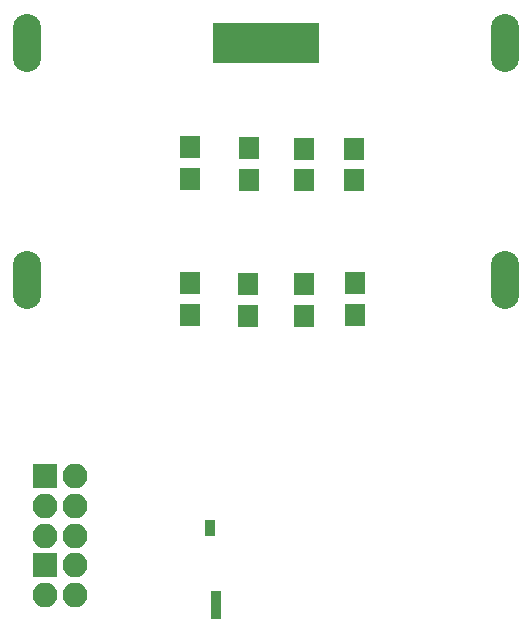
<source format=gbr>
G04 #@! TF.FileFunction,Soldermask,Top*
%FSLAX46Y46*%
G04 Gerber Fmt 4.6, Leading zero omitted, Abs format (unit mm)*
G04 Created by KiCad (PCBNEW 4.0.7) date Mon Aug 20 13:26:01 2018*
%MOMM*%
%LPD*%
G01*
G04 APERTURE LIST*
%ADD10C,0.100000*%
%ADD11R,2.100000X2.100000*%
%ADD12O,2.100000X2.100000*%
%ADD13R,1.700000X1.900000*%
%ADD14C,1.900000*%
%ADD15O,2.400000X4.900000*%
%ADD16R,1.000000X3.400000*%
%ADD17R,0.900000X2.400000*%
%ADD18R,0.900000X1.400000*%
G04 APERTURE END LIST*
D10*
D11*
X40460000Y-108920000D03*
D12*
X43000000Y-108920000D03*
X40460000Y-111460000D03*
X43000000Y-111460000D03*
X40460000Y-114000000D03*
X43000000Y-114000000D03*
D11*
X40460000Y-116460000D03*
D12*
X43000000Y-116460000D03*
X40460000Y-119000000D03*
X43000000Y-119000000D03*
D13*
X66675000Y-83900000D03*
X66675000Y-81200000D03*
X66700000Y-95250000D03*
X66700000Y-92550000D03*
X52800000Y-95300000D03*
X52800000Y-92600000D03*
X52750000Y-83750000D03*
X52750000Y-81050000D03*
D14*
X79450000Y-92800000D03*
X79450000Y-91550000D03*
X38950000Y-93050000D03*
X38950000Y-91800000D03*
X38950000Y-93550000D03*
X38950000Y-91050000D03*
X38950000Y-73550000D03*
X38950000Y-73050000D03*
X38950000Y-71050000D03*
X38950000Y-71550000D03*
X79450000Y-93550000D03*
X79450000Y-91050000D03*
X79450000Y-72800000D03*
D15*
X79450000Y-92300000D03*
X38950000Y-92300000D03*
X79450000Y-72300000D03*
X38950000Y-72300000D03*
D16*
X63200000Y-72300000D03*
X62200000Y-72300000D03*
X61200000Y-72300000D03*
X60200000Y-72300000D03*
X55200000Y-72300000D03*
X56200000Y-72300000D03*
X59200000Y-72300000D03*
X58200000Y-72300000D03*
X57200000Y-72300000D03*
D14*
X79450000Y-71050000D03*
X79450000Y-73550000D03*
X79450000Y-71550000D03*
D13*
X57675000Y-92675000D03*
X57675000Y-95375000D03*
X62400000Y-95350000D03*
X62400000Y-92650000D03*
X62450000Y-83900000D03*
X62450000Y-81200000D03*
X57750000Y-83825000D03*
X57750000Y-81125000D03*
D17*
X54930000Y-119820000D03*
D18*
X54430000Y-113320000D03*
M02*

</source>
